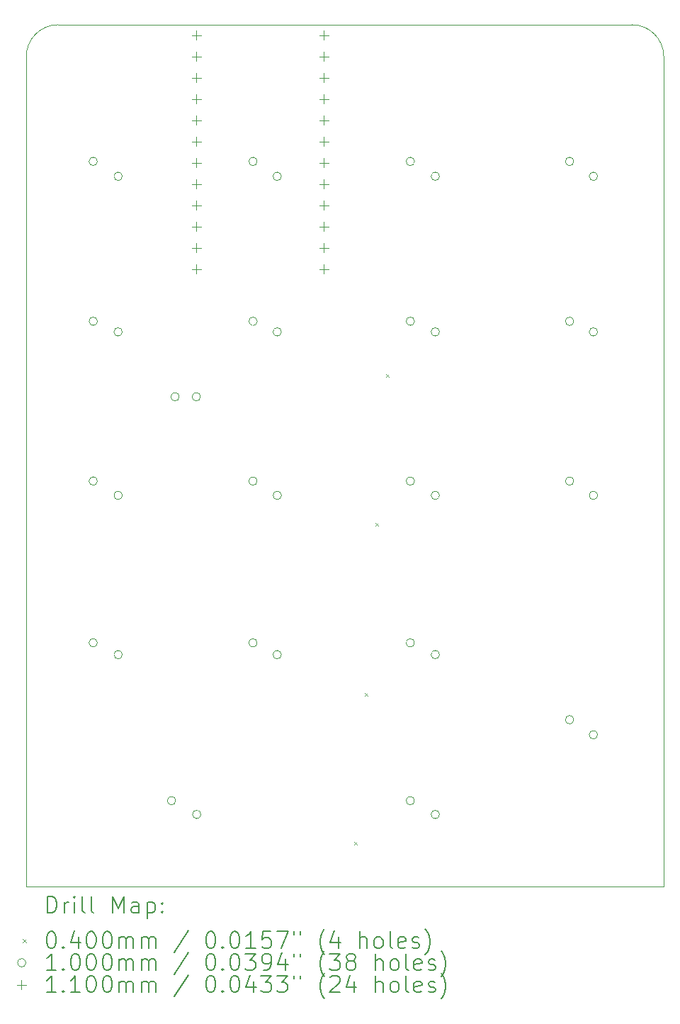
<source format=gbr>
%FSLAX45Y45*%
G04 Gerber Fmt 4.5, Leading zero omitted, Abs format (unit mm)*
G04 Created by KiCad (PCBNEW (6.0.0)) date 2022-03-13 19:29:44*
%MOMM*%
%LPD*%
G01*
G04 APERTURE LIST*
%TA.AperFunction,Profile*%
%ADD10C,0.100000*%
%TD*%
%ADD11C,0.200000*%
%ADD12C,0.040000*%
%ADD13C,0.100000*%
%ADD14C,0.110000*%
G04 APERTURE END LIST*
D10*
X10922000Y-4064000D02*
X10922000Y-13981000D01*
X18542000Y-4064000D02*
G75*
G03*
X18161000Y-3683000I-381000J0D01*
G01*
X11303000Y-3683000D02*
G75*
G03*
X10922000Y-4064000I0J-381000D01*
G01*
X18542000Y-4064000D02*
X18542000Y-13981000D01*
X10922000Y-13981000D02*
X18542000Y-13981000D01*
X11303000Y-3683000D02*
X18161000Y-3683000D01*
D11*
D12*
X14839000Y-13442000D02*
X14879000Y-13482000D01*
X14879000Y-13442000D02*
X14839000Y-13482000D01*
X14966000Y-11664000D02*
X15006000Y-11704000D01*
X15006000Y-11664000D02*
X14966000Y-11704000D01*
X15093000Y-9632000D02*
X15133000Y-9672000D01*
X15133000Y-9632000D02*
X15093000Y-9672000D01*
X15220000Y-7854000D02*
X15260000Y-7894000D01*
X15260000Y-7854000D02*
X15220000Y-7894000D01*
D13*
X11772000Y-5316000D02*
G75*
G03*
X11772000Y-5316000I-50000J0D01*
G01*
X11772000Y-7226000D02*
G75*
G03*
X11772000Y-7226000I-50000J0D01*
G01*
X11772000Y-9135000D02*
G75*
G03*
X11772000Y-9135000I-50000J0D01*
G01*
X11772000Y-11068000D02*
G75*
G03*
X11772000Y-11068000I-50000J0D01*
G01*
X12070000Y-5494000D02*
G75*
G03*
X12070000Y-5494000I-50000J0D01*
G01*
X12070000Y-7353000D02*
G75*
G03*
X12070000Y-7353000I-50000J0D01*
G01*
X12070000Y-9306000D02*
G75*
G03*
X12070000Y-9306000I-50000J0D01*
G01*
X12070000Y-11209000D02*
G75*
G03*
X12070000Y-11209000I-50000J0D01*
G01*
X12708000Y-12954000D02*
G75*
G03*
X12708000Y-12954000I-50000J0D01*
G01*
X12750000Y-8128000D02*
G75*
G03*
X12750000Y-8128000I-50000J0D01*
G01*
X13004000Y-8128000D02*
G75*
G03*
X13004000Y-8128000I-50000J0D01*
G01*
X13009000Y-13118000D02*
G75*
G03*
X13009000Y-13118000I-50000J0D01*
G01*
X13682000Y-5316000D02*
G75*
G03*
X13682000Y-5316000I-50000J0D01*
G01*
X13682000Y-7226000D02*
G75*
G03*
X13682000Y-7226000I-50000J0D01*
G01*
X13682000Y-9135000D02*
G75*
G03*
X13682000Y-9135000I-50000J0D01*
G01*
X13682000Y-11068000D02*
G75*
G03*
X13682000Y-11068000I-50000J0D01*
G01*
X13971000Y-5494000D02*
G75*
G03*
X13971000Y-5494000I-50000J0D01*
G01*
X13971000Y-7353000D02*
G75*
G03*
X13971000Y-7353000I-50000J0D01*
G01*
X13971000Y-9306000D02*
G75*
G03*
X13971000Y-9306000I-50000J0D01*
G01*
X13971000Y-11209000D02*
G75*
G03*
X13971000Y-11209000I-50000J0D01*
G01*
X15562000Y-5316000D02*
G75*
G03*
X15562000Y-5316000I-50000J0D01*
G01*
X15562000Y-7226000D02*
G75*
G03*
X15562000Y-7226000I-50000J0D01*
G01*
X15562000Y-9135000D02*
G75*
G03*
X15562000Y-9135000I-50000J0D01*
G01*
X15562000Y-11068000D02*
G75*
G03*
X15562000Y-11068000I-50000J0D01*
G01*
X15562000Y-12954000D02*
G75*
G03*
X15562000Y-12954000I-50000J0D01*
G01*
X15861000Y-5494000D02*
G75*
G03*
X15861000Y-5494000I-50000J0D01*
G01*
X15861000Y-7353000D02*
G75*
G03*
X15861000Y-7353000I-50000J0D01*
G01*
X15861000Y-9306000D02*
G75*
G03*
X15861000Y-9306000I-50000J0D01*
G01*
X15861000Y-11209000D02*
G75*
G03*
X15861000Y-11209000I-50000J0D01*
G01*
X15861000Y-13118000D02*
G75*
G03*
X15861000Y-13118000I-50000J0D01*
G01*
X17466000Y-5316000D02*
G75*
G03*
X17466000Y-5316000I-50000J0D01*
G01*
X17466000Y-7226000D02*
G75*
G03*
X17466000Y-7226000I-50000J0D01*
G01*
X17466000Y-9135000D02*
G75*
G03*
X17466000Y-9135000I-50000J0D01*
G01*
X17466000Y-11987000D02*
G75*
G03*
X17466000Y-11987000I-50000J0D01*
G01*
X17751000Y-5494000D02*
G75*
G03*
X17751000Y-5494000I-50000J0D01*
G01*
X17751000Y-7353000D02*
G75*
G03*
X17751000Y-7353000I-50000J0D01*
G01*
X17751000Y-9306000D02*
G75*
G03*
X17751000Y-9306000I-50000J0D01*
G01*
X17751000Y-12166000D02*
G75*
G03*
X17751000Y-12166000I-50000J0D01*
G01*
D14*
X12954000Y-3755000D02*
X12954000Y-3865000D01*
X12899000Y-3810000D02*
X13009000Y-3810000D01*
X12954000Y-4009000D02*
X12954000Y-4119000D01*
X12899000Y-4064000D02*
X13009000Y-4064000D01*
X12954000Y-4263000D02*
X12954000Y-4373000D01*
X12899000Y-4318000D02*
X13009000Y-4318000D01*
X12954000Y-4517000D02*
X12954000Y-4627000D01*
X12899000Y-4572000D02*
X13009000Y-4572000D01*
X12954000Y-4771000D02*
X12954000Y-4881000D01*
X12899000Y-4826000D02*
X13009000Y-4826000D01*
X12954000Y-5025000D02*
X12954000Y-5135000D01*
X12899000Y-5080000D02*
X13009000Y-5080000D01*
X12954000Y-5279000D02*
X12954000Y-5389000D01*
X12899000Y-5334000D02*
X13009000Y-5334000D01*
X12954000Y-5533000D02*
X12954000Y-5643000D01*
X12899000Y-5588000D02*
X13009000Y-5588000D01*
X12954000Y-5787000D02*
X12954000Y-5897000D01*
X12899000Y-5842000D02*
X13009000Y-5842000D01*
X12954000Y-6041000D02*
X12954000Y-6151000D01*
X12899000Y-6096000D02*
X13009000Y-6096000D01*
X12954000Y-6295000D02*
X12954000Y-6405000D01*
X12899000Y-6350000D02*
X13009000Y-6350000D01*
X12954000Y-6549000D02*
X12954000Y-6659000D01*
X12899000Y-6604000D02*
X13009000Y-6604000D01*
X14478000Y-3755000D02*
X14478000Y-3865000D01*
X14423000Y-3810000D02*
X14533000Y-3810000D01*
X14478000Y-4009000D02*
X14478000Y-4119000D01*
X14423000Y-4064000D02*
X14533000Y-4064000D01*
X14478000Y-4263000D02*
X14478000Y-4373000D01*
X14423000Y-4318000D02*
X14533000Y-4318000D01*
X14478000Y-4517000D02*
X14478000Y-4627000D01*
X14423000Y-4572000D02*
X14533000Y-4572000D01*
X14478000Y-4771000D02*
X14478000Y-4881000D01*
X14423000Y-4826000D02*
X14533000Y-4826000D01*
X14478000Y-5025000D02*
X14478000Y-5135000D01*
X14423000Y-5080000D02*
X14533000Y-5080000D01*
X14478000Y-5279000D02*
X14478000Y-5389000D01*
X14423000Y-5334000D02*
X14533000Y-5334000D01*
X14478000Y-5533000D02*
X14478000Y-5643000D01*
X14423000Y-5588000D02*
X14533000Y-5588000D01*
X14478000Y-5787000D02*
X14478000Y-5897000D01*
X14423000Y-5842000D02*
X14533000Y-5842000D01*
X14478000Y-6041000D02*
X14478000Y-6151000D01*
X14423000Y-6096000D02*
X14533000Y-6096000D01*
X14478000Y-6295000D02*
X14478000Y-6405000D01*
X14423000Y-6350000D02*
X14533000Y-6350000D01*
X14478000Y-6549000D02*
X14478000Y-6659000D01*
X14423000Y-6604000D02*
X14533000Y-6604000D01*
D11*
X11174619Y-14296476D02*
X11174619Y-14096476D01*
X11222238Y-14096476D01*
X11250809Y-14106000D01*
X11269857Y-14125048D01*
X11279381Y-14144095D01*
X11288905Y-14182190D01*
X11288905Y-14210762D01*
X11279381Y-14248857D01*
X11269857Y-14267905D01*
X11250809Y-14286952D01*
X11222238Y-14296476D01*
X11174619Y-14296476D01*
X11374619Y-14296476D02*
X11374619Y-14163143D01*
X11374619Y-14201238D02*
X11384143Y-14182190D01*
X11393667Y-14172667D01*
X11412714Y-14163143D01*
X11431762Y-14163143D01*
X11498428Y-14296476D02*
X11498428Y-14163143D01*
X11498428Y-14096476D02*
X11488905Y-14106000D01*
X11498428Y-14115524D01*
X11507952Y-14106000D01*
X11498428Y-14096476D01*
X11498428Y-14115524D01*
X11622238Y-14296476D02*
X11603190Y-14286952D01*
X11593667Y-14267905D01*
X11593667Y-14096476D01*
X11727000Y-14296476D02*
X11707952Y-14286952D01*
X11698428Y-14267905D01*
X11698428Y-14096476D01*
X11955571Y-14296476D02*
X11955571Y-14096476D01*
X12022238Y-14239333D01*
X12088905Y-14096476D01*
X12088905Y-14296476D01*
X12269857Y-14296476D02*
X12269857Y-14191714D01*
X12260333Y-14172667D01*
X12241286Y-14163143D01*
X12203190Y-14163143D01*
X12184143Y-14172667D01*
X12269857Y-14286952D02*
X12250809Y-14296476D01*
X12203190Y-14296476D01*
X12184143Y-14286952D01*
X12174619Y-14267905D01*
X12174619Y-14248857D01*
X12184143Y-14229809D01*
X12203190Y-14220286D01*
X12250809Y-14220286D01*
X12269857Y-14210762D01*
X12365095Y-14163143D02*
X12365095Y-14363143D01*
X12365095Y-14172667D02*
X12384143Y-14163143D01*
X12422238Y-14163143D01*
X12441286Y-14172667D01*
X12450809Y-14182190D01*
X12460333Y-14201238D01*
X12460333Y-14258381D01*
X12450809Y-14277428D01*
X12441286Y-14286952D01*
X12422238Y-14296476D01*
X12384143Y-14296476D01*
X12365095Y-14286952D01*
X12546048Y-14277428D02*
X12555571Y-14286952D01*
X12546048Y-14296476D01*
X12536524Y-14286952D01*
X12546048Y-14277428D01*
X12546048Y-14296476D01*
X12546048Y-14172667D02*
X12555571Y-14182190D01*
X12546048Y-14191714D01*
X12536524Y-14182190D01*
X12546048Y-14172667D01*
X12546048Y-14191714D01*
D12*
X10877000Y-14606000D02*
X10917000Y-14646000D01*
X10917000Y-14606000D02*
X10877000Y-14646000D01*
D11*
X11212714Y-14516476D02*
X11231762Y-14516476D01*
X11250809Y-14526000D01*
X11260333Y-14535524D01*
X11269857Y-14554571D01*
X11279381Y-14592667D01*
X11279381Y-14640286D01*
X11269857Y-14678381D01*
X11260333Y-14697428D01*
X11250809Y-14706952D01*
X11231762Y-14716476D01*
X11212714Y-14716476D01*
X11193667Y-14706952D01*
X11184143Y-14697428D01*
X11174619Y-14678381D01*
X11165095Y-14640286D01*
X11165095Y-14592667D01*
X11174619Y-14554571D01*
X11184143Y-14535524D01*
X11193667Y-14526000D01*
X11212714Y-14516476D01*
X11365095Y-14697428D02*
X11374619Y-14706952D01*
X11365095Y-14716476D01*
X11355571Y-14706952D01*
X11365095Y-14697428D01*
X11365095Y-14716476D01*
X11546048Y-14583143D02*
X11546048Y-14716476D01*
X11498428Y-14506952D02*
X11450809Y-14649809D01*
X11574619Y-14649809D01*
X11688905Y-14516476D02*
X11707952Y-14516476D01*
X11727000Y-14526000D01*
X11736524Y-14535524D01*
X11746048Y-14554571D01*
X11755571Y-14592667D01*
X11755571Y-14640286D01*
X11746048Y-14678381D01*
X11736524Y-14697428D01*
X11727000Y-14706952D01*
X11707952Y-14716476D01*
X11688905Y-14716476D01*
X11669857Y-14706952D01*
X11660333Y-14697428D01*
X11650809Y-14678381D01*
X11641286Y-14640286D01*
X11641286Y-14592667D01*
X11650809Y-14554571D01*
X11660333Y-14535524D01*
X11669857Y-14526000D01*
X11688905Y-14516476D01*
X11879381Y-14516476D02*
X11898428Y-14516476D01*
X11917476Y-14526000D01*
X11927000Y-14535524D01*
X11936524Y-14554571D01*
X11946048Y-14592667D01*
X11946048Y-14640286D01*
X11936524Y-14678381D01*
X11927000Y-14697428D01*
X11917476Y-14706952D01*
X11898428Y-14716476D01*
X11879381Y-14716476D01*
X11860333Y-14706952D01*
X11850809Y-14697428D01*
X11841286Y-14678381D01*
X11831762Y-14640286D01*
X11831762Y-14592667D01*
X11841286Y-14554571D01*
X11850809Y-14535524D01*
X11860333Y-14526000D01*
X11879381Y-14516476D01*
X12031762Y-14716476D02*
X12031762Y-14583143D01*
X12031762Y-14602190D02*
X12041286Y-14592667D01*
X12060333Y-14583143D01*
X12088905Y-14583143D01*
X12107952Y-14592667D01*
X12117476Y-14611714D01*
X12117476Y-14716476D01*
X12117476Y-14611714D02*
X12127000Y-14592667D01*
X12146048Y-14583143D01*
X12174619Y-14583143D01*
X12193667Y-14592667D01*
X12203190Y-14611714D01*
X12203190Y-14716476D01*
X12298428Y-14716476D02*
X12298428Y-14583143D01*
X12298428Y-14602190D02*
X12307952Y-14592667D01*
X12327000Y-14583143D01*
X12355571Y-14583143D01*
X12374619Y-14592667D01*
X12384143Y-14611714D01*
X12384143Y-14716476D01*
X12384143Y-14611714D02*
X12393667Y-14592667D01*
X12412714Y-14583143D01*
X12441286Y-14583143D01*
X12460333Y-14592667D01*
X12469857Y-14611714D01*
X12469857Y-14716476D01*
X12860333Y-14506952D02*
X12688905Y-14764095D01*
X13117476Y-14516476D02*
X13136524Y-14516476D01*
X13155571Y-14526000D01*
X13165095Y-14535524D01*
X13174619Y-14554571D01*
X13184143Y-14592667D01*
X13184143Y-14640286D01*
X13174619Y-14678381D01*
X13165095Y-14697428D01*
X13155571Y-14706952D01*
X13136524Y-14716476D01*
X13117476Y-14716476D01*
X13098428Y-14706952D01*
X13088905Y-14697428D01*
X13079381Y-14678381D01*
X13069857Y-14640286D01*
X13069857Y-14592667D01*
X13079381Y-14554571D01*
X13088905Y-14535524D01*
X13098428Y-14526000D01*
X13117476Y-14516476D01*
X13269857Y-14697428D02*
X13279381Y-14706952D01*
X13269857Y-14716476D01*
X13260333Y-14706952D01*
X13269857Y-14697428D01*
X13269857Y-14716476D01*
X13403190Y-14516476D02*
X13422238Y-14516476D01*
X13441286Y-14526000D01*
X13450809Y-14535524D01*
X13460333Y-14554571D01*
X13469857Y-14592667D01*
X13469857Y-14640286D01*
X13460333Y-14678381D01*
X13450809Y-14697428D01*
X13441286Y-14706952D01*
X13422238Y-14716476D01*
X13403190Y-14716476D01*
X13384143Y-14706952D01*
X13374619Y-14697428D01*
X13365095Y-14678381D01*
X13355571Y-14640286D01*
X13355571Y-14592667D01*
X13365095Y-14554571D01*
X13374619Y-14535524D01*
X13384143Y-14526000D01*
X13403190Y-14516476D01*
X13660333Y-14716476D02*
X13546048Y-14716476D01*
X13603190Y-14716476D02*
X13603190Y-14516476D01*
X13584143Y-14545048D01*
X13565095Y-14564095D01*
X13546048Y-14573619D01*
X13841286Y-14516476D02*
X13746048Y-14516476D01*
X13736524Y-14611714D01*
X13746048Y-14602190D01*
X13765095Y-14592667D01*
X13812714Y-14592667D01*
X13831762Y-14602190D01*
X13841286Y-14611714D01*
X13850809Y-14630762D01*
X13850809Y-14678381D01*
X13841286Y-14697428D01*
X13831762Y-14706952D01*
X13812714Y-14716476D01*
X13765095Y-14716476D01*
X13746048Y-14706952D01*
X13736524Y-14697428D01*
X13917476Y-14516476D02*
X14050809Y-14516476D01*
X13965095Y-14716476D01*
X14117476Y-14516476D02*
X14117476Y-14554571D01*
X14193667Y-14516476D02*
X14193667Y-14554571D01*
X14488905Y-14792667D02*
X14479381Y-14783143D01*
X14460333Y-14754571D01*
X14450809Y-14735524D01*
X14441286Y-14706952D01*
X14431762Y-14659333D01*
X14431762Y-14621238D01*
X14441286Y-14573619D01*
X14450809Y-14545048D01*
X14460333Y-14526000D01*
X14479381Y-14497428D01*
X14488905Y-14487905D01*
X14650809Y-14583143D02*
X14650809Y-14716476D01*
X14603190Y-14506952D02*
X14555571Y-14649809D01*
X14679381Y-14649809D01*
X14907952Y-14716476D02*
X14907952Y-14516476D01*
X14993667Y-14716476D02*
X14993667Y-14611714D01*
X14984143Y-14592667D01*
X14965095Y-14583143D01*
X14936524Y-14583143D01*
X14917476Y-14592667D01*
X14907952Y-14602190D01*
X15117476Y-14716476D02*
X15098428Y-14706952D01*
X15088905Y-14697428D01*
X15079381Y-14678381D01*
X15079381Y-14621238D01*
X15088905Y-14602190D01*
X15098428Y-14592667D01*
X15117476Y-14583143D01*
X15146048Y-14583143D01*
X15165095Y-14592667D01*
X15174619Y-14602190D01*
X15184143Y-14621238D01*
X15184143Y-14678381D01*
X15174619Y-14697428D01*
X15165095Y-14706952D01*
X15146048Y-14716476D01*
X15117476Y-14716476D01*
X15298428Y-14716476D02*
X15279381Y-14706952D01*
X15269857Y-14687905D01*
X15269857Y-14516476D01*
X15450809Y-14706952D02*
X15431762Y-14716476D01*
X15393667Y-14716476D01*
X15374619Y-14706952D01*
X15365095Y-14687905D01*
X15365095Y-14611714D01*
X15374619Y-14592667D01*
X15393667Y-14583143D01*
X15431762Y-14583143D01*
X15450809Y-14592667D01*
X15460333Y-14611714D01*
X15460333Y-14630762D01*
X15365095Y-14649809D01*
X15536524Y-14706952D02*
X15555571Y-14716476D01*
X15593667Y-14716476D01*
X15612714Y-14706952D01*
X15622238Y-14687905D01*
X15622238Y-14678381D01*
X15612714Y-14659333D01*
X15593667Y-14649809D01*
X15565095Y-14649809D01*
X15546048Y-14640286D01*
X15536524Y-14621238D01*
X15536524Y-14611714D01*
X15546048Y-14592667D01*
X15565095Y-14583143D01*
X15593667Y-14583143D01*
X15612714Y-14592667D01*
X15688905Y-14792667D02*
X15698428Y-14783143D01*
X15717476Y-14754571D01*
X15727000Y-14735524D01*
X15736524Y-14706952D01*
X15746048Y-14659333D01*
X15746048Y-14621238D01*
X15736524Y-14573619D01*
X15727000Y-14545048D01*
X15717476Y-14526000D01*
X15698428Y-14497428D01*
X15688905Y-14487905D01*
D13*
X10917000Y-14890000D02*
G75*
G03*
X10917000Y-14890000I-50000J0D01*
G01*
D11*
X11279381Y-14980476D02*
X11165095Y-14980476D01*
X11222238Y-14980476D02*
X11222238Y-14780476D01*
X11203190Y-14809048D01*
X11184143Y-14828095D01*
X11165095Y-14837619D01*
X11365095Y-14961428D02*
X11374619Y-14970952D01*
X11365095Y-14980476D01*
X11355571Y-14970952D01*
X11365095Y-14961428D01*
X11365095Y-14980476D01*
X11498428Y-14780476D02*
X11517476Y-14780476D01*
X11536524Y-14790000D01*
X11546048Y-14799524D01*
X11555571Y-14818571D01*
X11565095Y-14856667D01*
X11565095Y-14904286D01*
X11555571Y-14942381D01*
X11546048Y-14961428D01*
X11536524Y-14970952D01*
X11517476Y-14980476D01*
X11498428Y-14980476D01*
X11479381Y-14970952D01*
X11469857Y-14961428D01*
X11460333Y-14942381D01*
X11450809Y-14904286D01*
X11450809Y-14856667D01*
X11460333Y-14818571D01*
X11469857Y-14799524D01*
X11479381Y-14790000D01*
X11498428Y-14780476D01*
X11688905Y-14780476D02*
X11707952Y-14780476D01*
X11727000Y-14790000D01*
X11736524Y-14799524D01*
X11746048Y-14818571D01*
X11755571Y-14856667D01*
X11755571Y-14904286D01*
X11746048Y-14942381D01*
X11736524Y-14961428D01*
X11727000Y-14970952D01*
X11707952Y-14980476D01*
X11688905Y-14980476D01*
X11669857Y-14970952D01*
X11660333Y-14961428D01*
X11650809Y-14942381D01*
X11641286Y-14904286D01*
X11641286Y-14856667D01*
X11650809Y-14818571D01*
X11660333Y-14799524D01*
X11669857Y-14790000D01*
X11688905Y-14780476D01*
X11879381Y-14780476D02*
X11898428Y-14780476D01*
X11917476Y-14790000D01*
X11927000Y-14799524D01*
X11936524Y-14818571D01*
X11946048Y-14856667D01*
X11946048Y-14904286D01*
X11936524Y-14942381D01*
X11927000Y-14961428D01*
X11917476Y-14970952D01*
X11898428Y-14980476D01*
X11879381Y-14980476D01*
X11860333Y-14970952D01*
X11850809Y-14961428D01*
X11841286Y-14942381D01*
X11831762Y-14904286D01*
X11831762Y-14856667D01*
X11841286Y-14818571D01*
X11850809Y-14799524D01*
X11860333Y-14790000D01*
X11879381Y-14780476D01*
X12031762Y-14980476D02*
X12031762Y-14847143D01*
X12031762Y-14866190D02*
X12041286Y-14856667D01*
X12060333Y-14847143D01*
X12088905Y-14847143D01*
X12107952Y-14856667D01*
X12117476Y-14875714D01*
X12117476Y-14980476D01*
X12117476Y-14875714D02*
X12127000Y-14856667D01*
X12146048Y-14847143D01*
X12174619Y-14847143D01*
X12193667Y-14856667D01*
X12203190Y-14875714D01*
X12203190Y-14980476D01*
X12298428Y-14980476D02*
X12298428Y-14847143D01*
X12298428Y-14866190D02*
X12307952Y-14856667D01*
X12327000Y-14847143D01*
X12355571Y-14847143D01*
X12374619Y-14856667D01*
X12384143Y-14875714D01*
X12384143Y-14980476D01*
X12384143Y-14875714D02*
X12393667Y-14856667D01*
X12412714Y-14847143D01*
X12441286Y-14847143D01*
X12460333Y-14856667D01*
X12469857Y-14875714D01*
X12469857Y-14980476D01*
X12860333Y-14770952D02*
X12688905Y-15028095D01*
X13117476Y-14780476D02*
X13136524Y-14780476D01*
X13155571Y-14790000D01*
X13165095Y-14799524D01*
X13174619Y-14818571D01*
X13184143Y-14856667D01*
X13184143Y-14904286D01*
X13174619Y-14942381D01*
X13165095Y-14961428D01*
X13155571Y-14970952D01*
X13136524Y-14980476D01*
X13117476Y-14980476D01*
X13098428Y-14970952D01*
X13088905Y-14961428D01*
X13079381Y-14942381D01*
X13069857Y-14904286D01*
X13069857Y-14856667D01*
X13079381Y-14818571D01*
X13088905Y-14799524D01*
X13098428Y-14790000D01*
X13117476Y-14780476D01*
X13269857Y-14961428D02*
X13279381Y-14970952D01*
X13269857Y-14980476D01*
X13260333Y-14970952D01*
X13269857Y-14961428D01*
X13269857Y-14980476D01*
X13403190Y-14780476D02*
X13422238Y-14780476D01*
X13441286Y-14790000D01*
X13450809Y-14799524D01*
X13460333Y-14818571D01*
X13469857Y-14856667D01*
X13469857Y-14904286D01*
X13460333Y-14942381D01*
X13450809Y-14961428D01*
X13441286Y-14970952D01*
X13422238Y-14980476D01*
X13403190Y-14980476D01*
X13384143Y-14970952D01*
X13374619Y-14961428D01*
X13365095Y-14942381D01*
X13355571Y-14904286D01*
X13355571Y-14856667D01*
X13365095Y-14818571D01*
X13374619Y-14799524D01*
X13384143Y-14790000D01*
X13403190Y-14780476D01*
X13536524Y-14780476D02*
X13660333Y-14780476D01*
X13593667Y-14856667D01*
X13622238Y-14856667D01*
X13641286Y-14866190D01*
X13650809Y-14875714D01*
X13660333Y-14894762D01*
X13660333Y-14942381D01*
X13650809Y-14961428D01*
X13641286Y-14970952D01*
X13622238Y-14980476D01*
X13565095Y-14980476D01*
X13546048Y-14970952D01*
X13536524Y-14961428D01*
X13755571Y-14980476D02*
X13793667Y-14980476D01*
X13812714Y-14970952D01*
X13822238Y-14961428D01*
X13841286Y-14932857D01*
X13850809Y-14894762D01*
X13850809Y-14818571D01*
X13841286Y-14799524D01*
X13831762Y-14790000D01*
X13812714Y-14780476D01*
X13774619Y-14780476D01*
X13755571Y-14790000D01*
X13746048Y-14799524D01*
X13736524Y-14818571D01*
X13736524Y-14866190D01*
X13746048Y-14885238D01*
X13755571Y-14894762D01*
X13774619Y-14904286D01*
X13812714Y-14904286D01*
X13831762Y-14894762D01*
X13841286Y-14885238D01*
X13850809Y-14866190D01*
X14022238Y-14847143D02*
X14022238Y-14980476D01*
X13974619Y-14770952D02*
X13927000Y-14913809D01*
X14050809Y-14913809D01*
X14117476Y-14780476D02*
X14117476Y-14818571D01*
X14193667Y-14780476D02*
X14193667Y-14818571D01*
X14488905Y-15056667D02*
X14479381Y-15047143D01*
X14460333Y-15018571D01*
X14450809Y-14999524D01*
X14441286Y-14970952D01*
X14431762Y-14923333D01*
X14431762Y-14885238D01*
X14441286Y-14837619D01*
X14450809Y-14809048D01*
X14460333Y-14790000D01*
X14479381Y-14761428D01*
X14488905Y-14751905D01*
X14546048Y-14780476D02*
X14669857Y-14780476D01*
X14603190Y-14856667D01*
X14631762Y-14856667D01*
X14650809Y-14866190D01*
X14660333Y-14875714D01*
X14669857Y-14894762D01*
X14669857Y-14942381D01*
X14660333Y-14961428D01*
X14650809Y-14970952D01*
X14631762Y-14980476D01*
X14574619Y-14980476D01*
X14555571Y-14970952D01*
X14546048Y-14961428D01*
X14784143Y-14866190D02*
X14765095Y-14856667D01*
X14755571Y-14847143D01*
X14746048Y-14828095D01*
X14746048Y-14818571D01*
X14755571Y-14799524D01*
X14765095Y-14790000D01*
X14784143Y-14780476D01*
X14822238Y-14780476D01*
X14841286Y-14790000D01*
X14850809Y-14799524D01*
X14860333Y-14818571D01*
X14860333Y-14828095D01*
X14850809Y-14847143D01*
X14841286Y-14856667D01*
X14822238Y-14866190D01*
X14784143Y-14866190D01*
X14765095Y-14875714D01*
X14755571Y-14885238D01*
X14746048Y-14904286D01*
X14746048Y-14942381D01*
X14755571Y-14961428D01*
X14765095Y-14970952D01*
X14784143Y-14980476D01*
X14822238Y-14980476D01*
X14841286Y-14970952D01*
X14850809Y-14961428D01*
X14860333Y-14942381D01*
X14860333Y-14904286D01*
X14850809Y-14885238D01*
X14841286Y-14875714D01*
X14822238Y-14866190D01*
X15098428Y-14980476D02*
X15098428Y-14780476D01*
X15184143Y-14980476D02*
X15184143Y-14875714D01*
X15174619Y-14856667D01*
X15155571Y-14847143D01*
X15127000Y-14847143D01*
X15107952Y-14856667D01*
X15098428Y-14866190D01*
X15307952Y-14980476D02*
X15288905Y-14970952D01*
X15279381Y-14961428D01*
X15269857Y-14942381D01*
X15269857Y-14885238D01*
X15279381Y-14866190D01*
X15288905Y-14856667D01*
X15307952Y-14847143D01*
X15336524Y-14847143D01*
X15355571Y-14856667D01*
X15365095Y-14866190D01*
X15374619Y-14885238D01*
X15374619Y-14942381D01*
X15365095Y-14961428D01*
X15355571Y-14970952D01*
X15336524Y-14980476D01*
X15307952Y-14980476D01*
X15488905Y-14980476D02*
X15469857Y-14970952D01*
X15460333Y-14951905D01*
X15460333Y-14780476D01*
X15641286Y-14970952D02*
X15622238Y-14980476D01*
X15584143Y-14980476D01*
X15565095Y-14970952D01*
X15555571Y-14951905D01*
X15555571Y-14875714D01*
X15565095Y-14856667D01*
X15584143Y-14847143D01*
X15622238Y-14847143D01*
X15641286Y-14856667D01*
X15650809Y-14875714D01*
X15650809Y-14894762D01*
X15555571Y-14913809D01*
X15727000Y-14970952D02*
X15746048Y-14980476D01*
X15784143Y-14980476D01*
X15803190Y-14970952D01*
X15812714Y-14951905D01*
X15812714Y-14942381D01*
X15803190Y-14923333D01*
X15784143Y-14913809D01*
X15755571Y-14913809D01*
X15736524Y-14904286D01*
X15727000Y-14885238D01*
X15727000Y-14875714D01*
X15736524Y-14856667D01*
X15755571Y-14847143D01*
X15784143Y-14847143D01*
X15803190Y-14856667D01*
X15879381Y-15056667D02*
X15888905Y-15047143D01*
X15907952Y-15018571D01*
X15917476Y-14999524D01*
X15927000Y-14970952D01*
X15936524Y-14923333D01*
X15936524Y-14885238D01*
X15927000Y-14837619D01*
X15917476Y-14809048D01*
X15907952Y-14790000D01*
X15888905Y-14761428D01*
X15879381Y-14751905D01*
D14*
X10862000Y-15099000D02*
X10862000Y-15209000D01*
X10807000Y-15154000D02*
X10917000Y-15154000D01*
D11*
X11279381Y-15244476D02*
X11165095Y-15244476D01*
X11222238Y-15244476D02*
X11222238Y-15044476D01*
X11203190Y-15073048D01*
X11184143Y-15092095D01*
X11165095Y-15101619D01*
X11365095Y-15225428D02*
X11374619Y-15234952D01*
X11365095Y-15244476D01*
X11355571Y-15234952D01*
X11365095Y-15225428D01*
X11365095Y-15244476D01*
X11565095Y-15244476D02*
X11450809Y-15244476D01*
X11507952Y-15244476D02*
X11507952Y-15044476D01*
X11488905Y-15073048D01*
X11469857Y-15092095D01*
X11450809Y-15101619D01*
X11688905Y-15044476D02*
X11707952Y-15044476D01*
X11727000Y-15054000D01*
X11736524Y-15063524D01*
X11746048Y-15082571D01*
X11755571Y-15120667D01*
X11755571Y-15168286D01*
X11746048Y-15206381D01*
X11736524Y-15225428D01*
X11727000Y-15234952D01*
X11707952Y-15244476D01*
X11688905Y-15244476D01*
X11669857Y-15234952D01*
X11660333Y-15225428D01*
X11650809Y-15206381D01*
X11641286Y-15168286D01*
X11641286Y-15120667D01*
X11650809Y-15082571D01*
X11660333Y-15063524D01*
X11669857Y-15054000D01*
X11688905Y-15044476D01*
X11879381Y-15044476D02*
X11898428Y-15044476D01*
X11917476Y-15054000D01*
X11927000Y-15063524D01*
X11936524Y-15082571D01*
X11946048Y-15120667D01*
X11946048Y-15168286D01*
X11936524Y-15206381D01*
X11927000Y-15225428D01*
X11917476Y-15234952D01*
X11898428Y-15244476D01*
X11879381Y-15244476D01*
X11860333Y-15234952D01*
X11850809Y-15225428D01*
X11841286Y-15206381D01*
X11831762Y-15168286D01*
X11831762Y-15120667D01*
X11841286Y-15082571D01*
X11850809Y-15063524D01*
X11860333Y-15054000D01*
X11879381Y-15044476D01*
X12031762Y-15244476D02*
X12031762Y-15111143D01*
X12031762Y-15130190D02*
X12041286Y-15120667D01*
X12060333Y-15111143D01*
X12088905Y-15111143D01*
X12107952Y-15120667D01*
X12117476Y-15139714D01*
X12117476Y-15244476D01*
X12117476Y-15139714D02*
X12127000Y-15120667D01*
X12146048Y-15111143D01*
X12174619Y-15111143D01*
X12193667Y-15120667D01*
X12203190Y-15139714D01*
X12203190Y-15244476D01*
X12298428Y-15244476D02*
X12298428Y-15111143D01*
X12298428Y-15130190D02*
X12307952Y-15120667D01*
X12327000Y-15111143D01*
X12355571Y-15111143D01*
X12374619Y-15120667D01*
X12384143Y-15139714D01*
X12384143Y-15244476D01*
X12384143Y-15139714D02*
X12393667Y-15120667D01*
X12412714Y-15111143D01*
X12441286Y-15111143D01*
X12460333Y-15120667D01*
X12469857Y-15139714D01*
X12469857Y-15244476D01*
X12860333Y-15034952D02*
X12688905Y-15292095D01*
X13117476Y-15044476D02*
X13136524Y-15044476D01*
X13155571Y-15054000D01*
X13165095Y-15063524D01*
X13174619Y-15082571D01*
X13184143Y-15120667D01*
X13184143Y-15168286D01*
X13174619Y-15206381D01*
X13165095Y-15225428D01*
X13155571Y-15234952D01*
X13136524Y-15244476D01*
X13117476Y-15244476D01*
X13098428Y-15234952D01*
X13088905Y-15225428D01*
X13079381Y-15206381D01*
X13069857Y-15168286D01*
X13069857Y-15120667D01*
X13079381Y-15082571D01*
X13088905Y-15063524D01*
X13098428Y-15054000D01*
X13117476Y-15044476D01*
X13269857Y-15225428D02*
X13279381Y-15234952D01*
X13269857Y-15244476D01*
X13260333Y-15234952D01*
X13269857Y-15225428D01*
X13269857Y-15244476D01*
X13403190Y-15044476D02*
X13422238Y-15044476D01*
X13441286Y-15054000D01*
X13450809Y-15063524D01*
X13460333Y-15082571D01*
X13469857Y-15120667D01*
X13469857Y-15168286D01*
X13460333Y-15206381D01*
X13450809Y-15225428D01*
X13441286Y-15234952D01*
X13422238Y-15244476D01*
X13403190Y-15244476D01*
X13384143Y-15234952D01*
X13374619Y-15225428D01*
X13365095Y-15206381D01*
X13355571Y-15168286D01*
X13355571Y-15120667D01*
X13365095Y-15082571D01*
X13374619Y-15063524D01*
X13384143Y-15054000D01*
X13403190Y-15044476D01*
X13641286Y-15111143D02*
X13641286Y-15244476D01*
X13593667Y-15034952D02*
X13546048Y-15177809D01*
X13669857Y-15177809D01*
X13727000Y-15044476D02*
X13850809Y-15044476D01*
X13784143Y-15120667D01*
X13812714Y-15120667D01*
X13831762Y-15130190D01*
X13841286Y-15139714D01*
X13850809Y-15158762D01*
X13850809Y-15206381D01*
X13841286Y-15225428D01*
X13831762Y-15234952D01*
X13812714Y-15244476D01*
X13755571Y-15244476D01*
X13736524Y-15234952D01*
X13727000Y-15225428D01*
X13917476Y-15044476D02*
X14041286Y-15044476D01*
X13974619Y-15120667D01*
X14003190Y-15120667D01*
X14022238Y-15130190D01*
X14031762Y-15139714D01*
X14041286Y-15158762D01*
X14041286Y-15206381D01*
X14031762Y-15225428D01*
X14022238Y-15234952D01*
X14003190Y-15244476D01*
X13946048Y-15244476D01*
X13927000Y-15234952D01*
X13917476Y-15225428D01*
X14117476Y-15044476D02*
X14117476Y-15082571D01*
X14193667Y-15044476D02*
X14193667Y-15082571D01*
X14488905Y-15320667D02*
X14479381Y-15311143D01*
X14460333Y-15282571D01*
X14450809Y-15263524D01*
X14441286Y-15234952D01*
X14431762Y-15187333D01*
X14431762Y-15149238D01*
X14441286Y-15101619D01*
X14450809Y-15073048D01*
X14460333Y-15054000D01*
X14479381Y-15025428D01*
X14488905Y-15015905D01*
X14555571Y-15063524D02*
X14565095Y-15054000D01*
X14584143Y-15044476D01*
X14631762Y-15044476D01*
X14650809Y-15054000D01*
X14660333Y-15063524D01*
X14669857Y-15082571D01*
X14669857Y-15101619D01*
X14660333Y-15130190D01*
X14546048Y-15244476D01*
X14669857Y-15244476D01*
X14841286Y-15111143D02*
X14841286Y-15244476D01*
X14793667Y-15034952D02*
X14746048Y-15177809D01*
X14869857Y-15177809D01*
X15098428Y-15244476D02*
X15098428Y-15044476D01*
X15184143Y-15244476D02*
X15184143Y-15139714D01*
X15174619Y-15120667D01*
X15155571Y-15111143D01*
X15127000Y-15111143D01*
X15107952Y-15120667D01*
X15098428Y-15130190D01*
X15307952Y-15244476D02*
X15288905Y-15234952D01*
X15279381Y-15225428D01*
X15269857Y-15206381D01*
X15269857Y-15149238D01*
X15279381Y-15130190D01*
X15288905Y-15120667D01*
X15307952Y-15111143D01*
X15336524Y-15111143D01*
X15355571Y-15120667D01*
X15365095Y-15130190D01*
X15374619Y-15149238D01*
X15374619Y-15206381D01*
X15365095Y-15225428D01*
X15355571Y-15234952D01*
X15336524Y-15244476D01*
X15307952Y-15244476D01*
X15488905Y-15244476D02*
X15469857Y-15234952D01*
X15460333Y-15215905D01*
X15460333Y-15044476D01*
X15641286Y-15234952D02*
X15622238Y-15244476D01*
X15584143Y-15244476D01*
X15565095Y-15234952D01*
X15555571Y-15215905D01*
X15555571Y-15139714D01*
X15565095Y-15120667D01*
X15584143Y-15111143D01*
X15622238Y-15111143D01*
X15641286Y-15120667D01*
X15650809Y-15139714D01*
X15650809Y-15158762D01*
X15555571Y-15177809D01*
X15727000Y-15234952D02*
X15746048Y-15244476D01*
X15784143Y-15244476D01*
X15803190Y-15234952D01*
X15812714Y-15215905D01*
X15812714Y-15206381D01*
X15803190Y-15187333D01*
X15784143Y-15177809D01*
X15755571Y-15177809D01*
X15736524Y-15168286D01*
X15727000Y-15149238D01*
X15727000Y-15139714D01*
X15736524Y-15120667D01*
X15755571Y-15111143D01*
X15784143Y-15111143D01*
X15803190Y-15120667D01*
X15879381Y-15320667D02*
X15888905Y-15311143D01*
X15907952Y-15282571D01*
X15917476Y-15263524D01*
X15927000Y-15234952D01*
X15936524Y-15187333D01*
X15936524Y-15149238D01*
X15927000Y-15101619D01*
X15917476Y-15073048D01*
X15907952Y-15054000D01*
X15888905Y-15025428D01*
X15879381Y-15015905D01*
M02*

</source>
